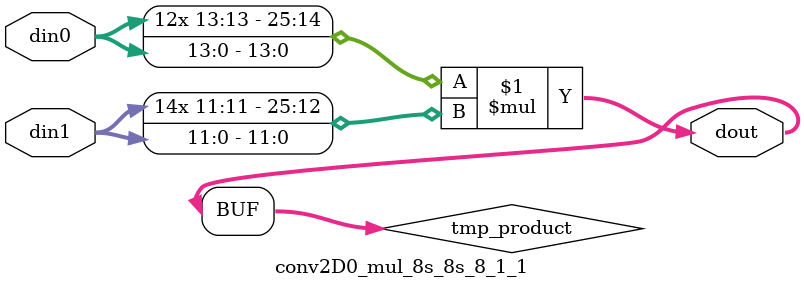
<source format=v>

`timescale 1 ns / 1 ps

  module conv2D0_mul_8s_8s_8_1_1(din0, din1, dout);
parameter ID = 1;
parameter NUM_STAGE = 0;
parameter din0_WIDTH = 14;
parameter din1_WIDTH = 12;
parameter dout_WIDTH = 26;

input [din0_WIDTH - 1 : 0] din0; 
input [din1_WIDTH - 1 : 0] din1; 
output [dout_WIDTH - 1 : 0] dout;

wire signed [dout_WIDTH - 1 : 0] tmp_product;













assign tmp_product = $signed(din0) * $signed(din1);








assign dout = tmp_product;







endmodule

</source>
